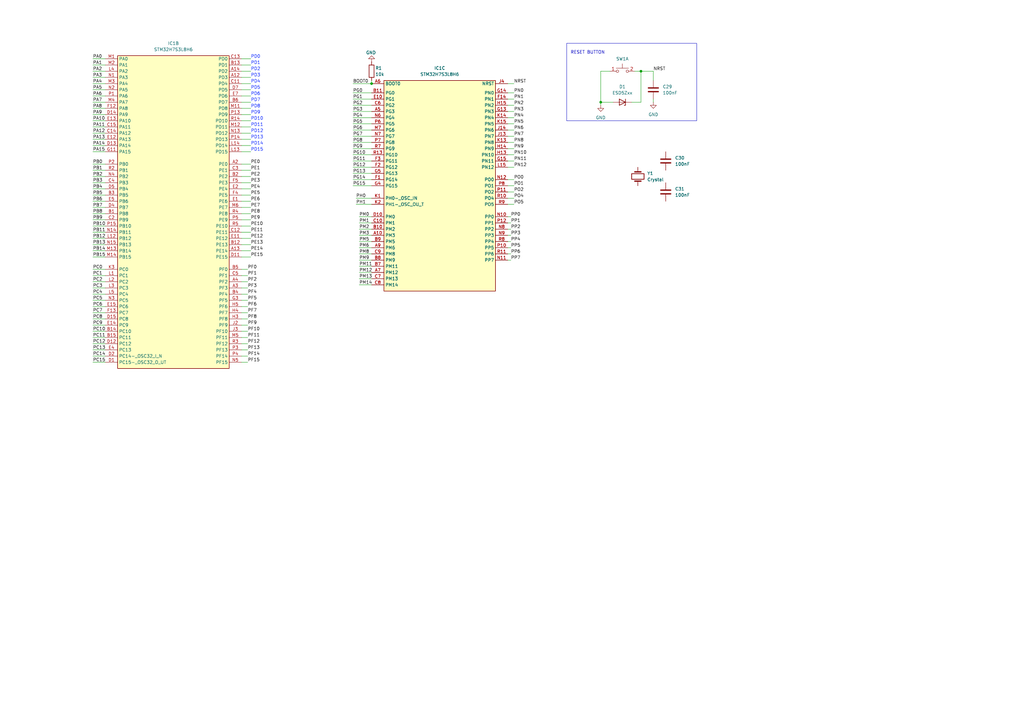
<source format=kicad_sch>
(kicad_sch (version 20231120) (generator "eeschema") (generator_version "8.0")
  (paper "A3")
  (lib_symbols
    (symbol "Device:C" (pin_numbers hide) (pin_names (offset 0.254))
      (property "Reference" "C" (at 0.635 2.54 0))
      (property "Value" "C" (at 0.635 -2.54 0))
      (symbol "C_1_1"
        (pin passive line (at 0 3.81 270) (length 2.794) (name "~") (number "1"))
        (pin passive line (at 0 -3.81 90) (length 2.794) (name "~") (number "2"))
      )
    )
    (symbol "Device:Crystal" (pin_numbers hide) (pin_names (offset 1.016) hide)
      (property "Reference" "Y" (at 0 3.81 0))
      (property "Value" "Crystal" (at 0 -3.81 0))
      (symbol "Crystal_1_1"
        (pin passive line (at -3.81 0 0) (length 1.27) (name "1") (number "1"))
        (pin passive line (at 3.81 0 180) (length 1.27) (name "2") (number "2"))
      )
    )
    (symbol "Device:R" (pin_numbers hide) (pin_names (offset 0))
      (property "Reference" "R" (at 2.032 0 90))
      (property "Value" "R" (at 0 0 90))
      (symbol "R_1_1"
        (pin passive line (at 0 3.81 270) (length 1.27) (name "~") (number "1"))
        (pin passive line (at 0 -3.81 90) (length 1.27) (name "~") (number "2"))
      )
    )
    (symbol "Diode:ESD5Zxx" (pin_numbers hide) (pin_names hide)
      (property "Reference" "D" (at 0 2.54 0))
      (property "Value" "ESD5Zxx" (at 0 -2.54 0))
      (symbol "ESD5Zxx_1_1"
        (pin passive line (at -3.81 0 0) (length 2.54) (name "K") (number "1"))
        (pin passive line (at 3.81 0 180) (length 2.54) (name "A") (number "2"))
      )
    )
    (symbol "MCUdivisions:STM32H7S3L8H6"
      (property "Reference" "IC" (at 17.272 7.874 0))
      (property "Value" "STM32H7S3L8H6" (at 17.272 5.334 0))
      (symbol "STM32H7S3L8H6_1_1"
        (pin passive line (at 0 0 0) (length 5.08) (name "VSS_1") (number "A1"))
        (pin passive line (at 0 -5.08 0) (length 5.08) (name "VSS_3") (number "A11"))
        (pin passive line (at 0 -7.62 0) (length 5.08) (name "VSS_4") (number "A15"))
        (pin passive line (at 0 -2.54 0) (length 5.08) (name "VSS_2") (number "A8"))
        (pin passive line (at 0 -90.17 0) (length 5.08) (name "VBAT") (number "C1"))
        (pin passive line (at 0 -10.16 0) (length 5.08) (name "VSS_5") (number "D3"))
        (pin passive line (at 0 -12.7 0) (length 5.08) (name "VSS_6") (number "D6"))
        (pin passive line (at 0 -92.71 0) (length 5.08) (name "DVDD") (number "D8"))
        (pin passive line (at 0 -97.79 0) (length 5.08) (name "VDD50US_B") (number "D9"))
        (pin passive line (at 0 -15.24 0) (length 5.08) (name "VSS_7") (number "E3"))
        (pin passive line (at 55.88 -88.9 180) (length 5.08) (name "VCAP4") (number "E6"))
        (pin passive line (at 0 -100.33 0) (length 5.08) (name "VSSUSB") (number "E8"))
        (pin passive line (at 0 -17.78 0) (length 5.08) (name "VSS_8") (number "E9"))
        (pin passive line (at 55.88 -48.26 180) (length 5.08) (name "VDD_3") (number "F10"))
        (pin passive line (at 55.88 -86.36 180) (length 5.08) (name "VCAP3") (number "F11"))
        (pin passive line (at 0 -22.86 0) (length 5.08) (name "VSS_10") (number "F15"))
        (pin passive line (at 0 -20.32 0) (length 5.08) (name "VSS_9") (number "F6"))
        (pin passive line (at 55.88 -43.18 180) (length 5.08) (name "VDD_1") (number "F7"))
        (pin passive line (at 0 -102.87 0) (length 5.08) (name "VDD33US_B") (number "F8"))
        (pin passive line (at 55.88 -45.72 180) (length 5.08) (name "VDD_2") (number "F9"))
        (pin passive line (at 55.88 -69.85 180) (length 5.08) (name "VLXSMPS") (number "G1"))
        (pin passive line (at 0 -27.94 0) (length 5.08) (name "VSS_12") (number "G10"))
        (pin passive line (at 0 -30.48 0) (length 5.08) (name "VSS_13") (number "G12"))
        (pin passive line (at 55.88 -72.39 180) (length 5.08) (name "VFBSMP_S") (number "G2"))
        (pin passive line (at 55.88 -50.8 180) (length 5.08) (name "VDD_4") (number "G6"))
        (pin passive line (at 55.88 -25.4 180) (length 5.08) (name "VDDLDO_1") (number "G7"))
        (pin passive line (at 0 -25.4 0) (length 5.08) (name "VSS_11") (number "G8"))
        (pin passive line (at 55.88 -27.94 180) (length 5.08) (name "VDDLDO_2") (number "G9"))
        (pin passive line (at 55.88 -74.93 180) (length 5.08) (name "VDDSMP_S") (number "H1"))
        (pin passive line (at 55.88 -55.88 180) (length 5.08) (name "VDD_6") (number "H10"))
        (pin passive line (at 0 -40.64 0) (length 5.08) (name "VSS_17") (number "H11"))
        (pin passive line (at 55.88 -15.24 180) (length 5.08) (name "VDDXSPI_2_1") (number "H12"))
        (pin passive line (at 55.88 -77.47 180) (length 5.08) (name "VSSSMP_S") (number "H2"))
        (pin passive line (at 55.88 -53.34 180) (length 5.08) (name "VDD_5") (number "H6"))
        (pin passive line (at 0 -33.02 0) (length 5.08) (name "VSS_14") (number "H7"))
        (pin passive line (at 0 -35.56 0) (length 5.08) (name "VSS_15") (number "H8"))
        (pin passive line (at 0 -38.1 0) (length 5.08) (name "VSS_16") (number "H9"))
        (pin passive line (at 0 -43.18 0) (length 5.08) (name "VSS_18") (number "J1"))
        (pin passive line (at 0 -48.26 0) (length 5.08) (name "VSS_20") (number "J10"))
        (pin passive line (at 55.88 -17.78 180) (length 5.08) (name "VDDXSPI_2_2") (number "J11"))
        (pin passive line (at 0 -50.8 0) (length 5.08) (name "VSS_21") (number "J12"))
        (pin passive line (at 0 -53.34 0) (length 5.08) (name "VSS_22") (number "J15"))
        (pin passive line (at 55.88 0 180) (length 5.08) (name "VSSA") (number "J5"))
        (pin passive line (at 55.88 -2.54 180) (length 5.08) (name "VDDA") (number "J6"))
        (pin passive line (at 55.88 -30.48 180) (length 5.08) (name "VDDLDO_3") (number "J7"))
        (pin passive line (at 0 -45.72 0) (length 5.08) (name "VSS_19") (number "J8"))
        (pin passive line (at 55.88 -33.02 180) (length 5.08) (name "VDDLDO_4") (number "J9"))
        (pin passive line (at 55.88 -63.5 180) (length 5.08) (name "VDD_9") (number "K10"))
        (pin passive line (at 55.88 -83.82 180) (length 5.08) (name "VCAP2") (number "K11"))
        (pin passive line (at 55.88 -20.32 180) (length 5.08) (name "VDDXSPI_2_3") (number "K12"))
        (pin passive line (at 55.88 -36.83 180) (length 5.08) (name "VREFM") (number "K4"))
        (pin passive line (at 55.88 -39.37 180) (length 5.08) (name "VREFP") (number "K5"))
        (pin passive line (at 55.88 -58.42 180) (length 5.08) (name "VDD_7") (number "K6"))
        (pin passive line (at 0 -55.88 0) (length 5.08) (name "VSS_23") (number "K7"))
        (pin passive line (at 55.88 -60.96 180) (length 5.08) (name "VDD_8") (number "K8"))
        (pin passive line (at 0 -58.42 0) (length 5.08) (name "VSS_24") (number "K9"))
        (pin passive line (at 55.88 -10.16 180) (length 5.08) (name "VDDXSPI_1_2") (number "L10"))
        (pin passive line (at 0 -63.5 0) (length 5.08) (name "VSS_26") (number "L11"))
        (pin passive line (at 0 -60.96 0) (length 5.08) (name "VSS_25") (number "L6"))
        (pin passive line (at 55.88 -81.28 180) (length 5.08) (name "VCAP1") (number "L7"))
        (pin passive line (at 55.88 -7.62 180) (length 5.08) (name "VDDXSPI_1_1") (number "L8"))
        (pin passive line (at 55.88 -66.04 180) (length 5.08) (name "VDD_10") (number "L9"))
        (pin passive line (at 55.88 -12.7 180) (length 5.08) (name "VDDXSPI_1_3") (number "M10"))
        (pin passive line (at 0 -71.12 0) (length 5.08) (name "VSS_29") (number "M15"))
        (pin passive line (at 0 -66.04 0) (length 5.08) (name "VSS_27") (number "M8"))
        (pin passive line (at 0 -68.58 0) (length 5.08) (name "VSS_28") (number "M9"))
        (pin passive line (at 0 -73.66 0) (length 5.08) (name "VSS_30") (number "P9"))
        (pin passive line (at 0 -76.2 0) (length 5.08) (name "VSS_31") (number "R1"))
        (pin passive line (at 0 -81.28 0) (length 5.08) (name "VSS_33") (number "R12"))
        (pin passive line (at 0 -83.82 0) (length 5.08) (name "VSS_34") (number "R15"))
        (pin passive line (at 0 -78.74 0) (length 5.08) (name "VSS_32") (number "R6"))
      )
      (symbol "STM32H7S3L8H6_2_1"
        (pin passive line (at 55.88 106.68 180) (length 5.08) (name "PD3") (number "A12"))
        (pin passive line (at 55.88 35.56 180) (length 5.08) (name "PE14") (number "A13"))
        (pin passive line (at 55.88 109.22 180) (length 5.08) (name "PD2") (number "A14"))
        (pin passive line (at 55.88 71.12 180) (length 5.08) (name "PE0") (number "A2"))
        (pin passive line (at 55.88 20.32 180) (length 5.08) (name "PF3") (number "A3"))
        (pin passive line (at 55.88 22.86 180) (length 5.08) (name "PF2") (number "A4"))
        (pin passive line (at 0 50.8 0) (length 5.08) (name "PB8") (number "B1"))
        (pin passive line (at 55.88 38.1 180) (length 5.08) (name "PE13") (number "B12"))
        (pin passive line (at 55.88 111.76 180) (length 5.08) (name "PD1") (number "B13"))
        (pin passive line (at 0 2.54 0) (length 5.08) (name "PC10") (number "B14"))
        (pin passive line (at 0 0 0) (length 5.08) (name "PC11") (number "B15"))
        (pin passive line (at 55.88 66.04 180) (length 5.08) (name "PE2") (number "B2"))
        (pin passive line (at 0 58.42 0) (length 5.08) (name "PB5") (number "B3"))
        (pin passive line (at 55.88 17.78 180) (length 5.08) (name "PF4") (number "B4"))
        (pin passive line (at 55.88 27.94 180) (length 5.08) (name "PF0") (number "B5"))
        (pin passive line (at 55.88 96.52 180) (length 5.08) (name "PD7") (number "B6"))
        (pin passive line (at 55.88 104.14 180) (length 5.08) (name "PD4") (number "C11"))
        (pin passive line (at 55.88 43.18 180) (length 5.08) (name "PE11") (number "C12"))
        (pin passive line (at 55.88 114.3 180) (length 5.08) (name "PD0") (number "C13"))
        (pin passive line (at 0 83.82 0) (length 5.08) (name "PA12") (number "C14"))
        (pin passive line (at 0 86.36 0) (length 5.08) (name "PA11") (number "C15"))
        (pin passive line (at 0 48.26 0) (length 5.08) (name "PB9") (number "C2"))
        (pin passive line (at 55.88 68.58 180) (length 5.08) (name "PE1") (number "C3"))
        (pin passive line (at 0 63.5 0) (length 5.08) (name "PB3") (number "C4"))
        (pin passive line (at 55.88 25.4 180) (length 5.08) (name "PF1") (number "C5"))
        (pin passive line (at 0 -10.16 0) (length 5.08) (name "PC15-_OSC32_O_UT") (number "D1"))
        (pin passive line (at 55.88 33.02 180) (length 5.08) (name "PE15") (number "D11"))
        (pin passive line (at 0 -2.54 0) (length 5.08) (name "PC12") (number "D12"))
        (pin passive line (at 0 78.74 0) (length 5.08) (name "PA14") (number "D13"))
        (pin passive line (at 0 91.44 0) (length 5.08) (name "PA9") (number "D14"))
        (pin passive line (at 0 7.62 0) (length 5.08) (name "PC8") (number "D15"))
        (pin passive line (at 0 -7.62 0) (length 5.08) (name "PC14-_OSC32_I_N") (number "D2"))
        (pin passive line (at 0 53.34 0) (length 5.08) (name "PB7") (number "D4"))
        (pin passive line (at 0 60.96 0) (length 5.08) (name "PB4") (number "D5"))
        (pin passive line (at 55.88 101.6 180) (length 5.08) (name "PD5") (number "D7"))
        (pin passive line (at 55.88 55.88 180) (length 5.08) (name "PE6") (number "E1"))
        (pin passive line (at 55.88 40.64 180) (length 5.08) (name "PE12") (number "E11"))
        (pin passive line (at 0 81.28 0) (length 5.08) (name "PA13") (number "E12"))
        (pin passive line (at 0 88.9 0) (length 5.08) (name "PA10") (number "E13"))
        (pin passive line (at 0 5.08 0) (length 5.08) (name "PC9") (number "E14"))
        (pin passive line (at 0 12.7 0) (length 5.08) (name "PC6") (number "E15"))
        (pin passive line (at 55.88 60.96 180) (length 5.08) (name "PE4") (number "E2"))
        (pin passive line (at 0 -5.08 0) (length 5.08) (name "PC13") (number "E4"))
        (pin passive line (at 0 55.88 0) (length 5.08) (name "PB6") (number "E5"))
        (pin passive line (at 55.88 99.06 180) (length 5.08) (name "PD6") (number "E7"))
        (pin passive line (at 0 93.98 0) (length 5.08) (name "PA8") (number "F12"))
        (pin passive line (at 0 10.16 0) (length 5.08) (name "PC7") (number "F13"))
        (pin passive line (at 55.88 58.42 180) (length 5.08) (name "PE5") (number "F4"))
        (pin passive line (at 55.88 63.5 180) (length 5.08) (name "PE3") (number "F5"))
        (pin passive line (at 0 76.2 0) (length 5.08) (name "PA15") (number "G11"))
        (pin passive line (at 55.88 15.24 180) (length 5.08) (name "PF5") (number "G3"))
        (pin passive line (at 55.88 7.62 180) (length 5.08) (name "PF8") (number "H3"))
        (pin passive line (at 55.88 10.16 180) (length 5.08) (name "PF7") (number "H4"))
        (pin passive line (at 55.88 12.7 180) (length 5.08) (name "PF6") (number "H5"))
        (pin passive line (at 55.88 5.08 180) (length 5.08) (name "PF9") (number "J2"))
        (pin passive line (at 57.15 2.54 180) (length 5.08) (name "PF10") (number "J3"))
        (pin passive line (at 0 27.94 0) (length 5.08) (name "PC0") (number "K3"))
        (pin passive line (at 0 25.4 0) (length 5.08) (name "PC1") (number "L1"))
        (pin passive line (at 0 40.64 0) (length 5.08) (name "PB12") (number "L12"))
        (pin passive line (at 55.88 76.2 180) (length 5.08) (name "PD15") (number "L13"))
        (pin passive line (at 55.88 78.74 180) (length 5.08) (name "PD14") (number "L14"))
        (pin passive line (at 0 22.86 0) (length 5.08) (name "PC2") (number "L2"))
        (pin passive line (at 0 20.32 0) (length 5.08) (name "PC3") (number "L3"))
        (pin passive line (at 0 109.22 0) (length 5.08) (name "PA2") (number "L4"))
        (pin passive line (at 0 17.78 0) (length 5.08) (name "PC4") (number "L5"))
        (pin passive line (at 0 114.3 0) (length 5.08) (name "PA0") (number "M1"))
        (pin passive line (at 55.88 93.98 180) (length 5.08) (name "PD8") (number "M11"))
        (pin passive line (at 55.88 86.36 180) (length 5.08) (name "PD11") (number "M12"))
        (pin passive line (at 0 35.56 0) (length 5.08) (name "PB14") (number "M13"))
        (pin passive line (at 0 33.02 0) (length 5.08) (name "PB15") (number "M14"))
        (pin passive line (at 0 111.76 0) (length 5.08) (name "PA1") (number "M2"))
        (pin passive line (at 0 104.14 0) (length 5.08) (name "PA4") (number "M3"))
        (pin passive line (at 0 96.52 0) (length 5.08) (name "PA7") (number "M4"))
        (pin passive line (at 57.15 0 180) (length 5.08) (name "PF11") (number "M5"))
        (pin passive line (at 55.88 53.34 180) (length 5.08) (name "PE7") (number "M6"))
        (pin passive line (at 0 106.68 0) (length 5.08) (name "PA3") (number "N1"))
        (pin passive line (at 55.88 83.82 180) (length 5.08) (name "PD12") (number "N13"))
        (pin passive line (at 0 43.18 0) (length 5.08) (name "PB11") (number "N14"))
        (pin passive line (at 0 38.1 0) (length 5.08) (name "PB13") (number "N15"))
        (pin passive line (at 0 101.6 0) (length 5.08) (name "PA5") (number "N2"))
        (pin passive line (at 0 15.24 0) (length 5.08) (name "PC5") (number "N3"))
        (pin passive line (at 0 66.04 0) (length 5.08) (name "PB2") (number "N4"))
        (pin passive line (at 57.15 -10.16 180) (length 5.08) (name "PF15") (number "N5"))
        (pin passive line (at 0 99.06 0) (length 5.08) (name "PA6") (number "P1"))
        (pin passive line (at 55.88 91.44 180) (length 5.08) (name "PD9") (number "P13"))
        (pin passive line (at 55.88 81.28 180) (length 5.08) (name "PD13") (number "P14"))
        (pin passive line (at 0 45.72 0) (length 5.08) (name "PB10") (number "P15"))
        (pin passive line (at 0 71.12 0) (length 5.08) (name "PB0") (number "P2"))
        (pin passive line (at 57.15 -5.08 180) (length 5.08) (name "PF13") (number "P3"))
        (pin passive line (at 57.15 -7.62 180) (length 5.08) (name "PF14") (number "P4"))
        (pin passive line (at 55.88 48.26 180) (length 5.08) (name "PE9") (number "P5"))
        (pin passive line (at 55.88 88.9 180) (length 5.08) (name "PD10") (number "R14"))
        (pin passive line (at 0 68.58 0) (length 5.08) (name "PB1") (number "R2"))
        (pin passive line (at 57.15 -2.54 180) (length 5.08) (name "PF12") (number "R3"))
        (pin passive line (at 55.88 50.8 180) (length 5.08) (name "PE8") (number "R4"))
        (pin passive line (at 55.88 45.72 180) (length 5.08) (name "PE10") (number "R5"))
      )
      (symbol "STM32H7S3L8H6_3_1"
        (pin passive line (at 0 -60.96 0) (length 5.08) (name "PM3") (number "A10"))
        (pin passive line (at 0 -10.16 0) (length 5.08) (name "PG3") (number "A5"))
        (pin passive line (at 0 1.27 0) (length 5.08) (name "BOOT0") (number "A6"))
        (pin passive line (at 0 -76.2 0) (length 5.08) (name "PM12") (number "A7"))
        (pin passive line (at 0 -66.04 0) (length 5.08) (name "PM6") (number "A9"))
        (pin passive line (at 0 -58.42 0) (length 5.08) (name "PM2") (number "B10"))
        (pin passive line (at 0 -2.54 0) (length 5.08) (name "PG0") (number "B11"))
        (pin passive line (at 0 -73.66 0) (length 5.08) (name "PM11") (number "B7"))
        (pin passive line (at 0 -71.12 0) (length 5.08) (name "PM9") (number "B8"))
        (pin passive line (at 0 -63.5 0) (length 5.08) (name "PM5") (number "B9"))
        (pin passive line (at 0 -55.88 0) (length 5.08) (name "PM1") (number "C10"))
        (pin passive line (at 0 -7.62 0) (length 5.08) (name "PG2") (number "C6"))
        (pin passive line (at 0 -78.74 0) (length 5.08) (name "PM13") (number "C7"))
        (pin passive line (at 0 -81.28 0) (length 5.08) (name "PM14") (number "C8"))
        (pin passive line (at 0 -68.58 0) (length 5.08) (name "PM8") (number "C9"))
        (pin passive line (at 0 -53.34 0) (length 5.08) (name "PM0") (number "D10"))
        (pin passive line (at 0 -5.08 0) (length 5.08) (name "PG1") (number "E10"))
        (pin passive line (at 0 -38.1 0) (length 5.08) (name "PG14") (number "F1"))
        (pin passive line (at 55.88 -5.08 180) (length 5.08) (name "PN1") (number "F14"))
        (pin passive line (at 0 -33.02 0) (length 5.08) (name "PG12") (number "F2"))
        (pin passive line (at 0 -30.48 0) (length 5.08) (name "PG11") (number "F3"))
        (pin passive line (at 55.88 -10.16 180) (length 5.08) (name "PN3") (number "G13"))
        (pin passive line (at 55.88 -2.54 180) (length 5.08) (name "PN0") (number "G14"))
        (pin passive line (at 55.88 -30.48 180) (length 5.08) (name "PN11") (number "G15"))
        (pin passive line (at 0 -40.64 0) (length 5.08) (name "PG15") (number "G4"))
        (pin passive line (at 0 -35.56 0) (length 5.08) (name "PG13") (number "G5"))
        (pin passive line (at 55.88 -27.94 180) (length 5.08) (name "PN10") (number "H13"))
        (pin passive line (at 55.88 -25.4 180) (length 5.08) (name "PN9") (number "H14"))
        (pin passive line (at 55.88 -7.62 180) (length 5.08) (name "PN2") (number "H15"))
        (pin passive line (at 55.88 -20.32 180) (length 5.08) (name "PN7") (number "J13"))
        (pin passive line (at 55.88 -17.78 180) (length 5.08) (name "PN6") (number "J14"))
        (pin passive line (at 55.88 1.27 180) (length 5.08) (name "NRST") (number "J4"))
        (pin passive line (at 0 -45.72 0) (length 5.08) (name "PH0-_OSC_IN") (number "K1"))
        (pin passive line (at 55.88 -22.86 180) (length 5.08) (name "PN8") (number "K13"))
        (pin passive line (at 55.88 -12.7 180) (length 5.08) (name "PN4") (number "K14"))
        (pin passive line (at 55.88 -15.24 180) (length 5.08) (name "PN5") (number "K15"))
        (pin passive line (at 0 -48.26 0) (length 5.08) (name "PH1-_OSC_OU_T") (number "K2"))
        (pin passive line (at 55.88 -33.02 180) (length 5.08) (name "PN12") (number "L15"))
        (pin passive line (at 0 -17.78 0) (length 5.08) (name "PG6") (number "M7"))
        (pin passive line (at 55.88 -53.34 180) (length 5.08) (name "PP0") (number "N10"))
        (pin passive line (at 55.88 -71.12 180) (length 5.08) (name "PP7") (number "N11"))
        (pin passive line (at 55.88 -38.1 180) (length 5.08) (name "PO0") (number "N12"))
        (pin passive line (at 0 -12.7 0) (length 5.08) (name "PG4") (number "N6"))
        (pin passive line (at 0 -20.32 0) (length 5.08) (name "PG7") (number "N7"))
        (pin passive line (at 55.88 -58.42 180) (length 5.08) (name "PP2") (number "N8"))
        (pin passive line (at 55.88 -60.96 180) (length 5.08) (name "PP3") (number "N9"))
        (pin passive line (at 55.88 -66.04 180) (length 5.08) (name "PP5") (number "P10"))
        (pin passive line (at 55.88 -43.18 180) (length 5.08) (name "PO2") (number "P11"))
        (pin passive line (at 55.88 -55.88 180) (length 5.08) (name "PP1") (number "P12"))
        (pin passive line (at 0 -15.24 0) (length 5.08) (name "PG5") (number "P6"))
        (pin passive line (at 0 -22.86 0) (length 5.08) (name "PG8") (number "P7"))
        (pin passive line (at 55.88 -40.64 180) (length 5.08) (name "PO1") (number "P8"))
        (pin passive line (at 55.88 -45.72 180) (length 5.08) (name "PO4") (number "R10"))
        (pin passive line (at 55.88 -68.58 180) (length 5.08) (name "PP6") (number "R11"))
        (pin passive line (at 0 -27.94 0) (length 5.08) (name "PG10") (number "R13"))
        (pin passive line (at 0 -25.4 0) (length 5.08) (name "PG9") (number "R7"))
        (pin passive line (at 55.88 -63.5 180) (length 5.08) (name "PP4") (number "R8"))
        (pin passive line (at 55.88 -48.26 180) (length 5.08) (name "PO5") (number "R9"))
      )
    )
    (symbol "STM32H7S3L8H6_1"
      (property "Reference" "IC" (at 17.272 7.874 0))
      (property "Value" "STM32H7S3L8H6" (at 17.272 5.334 0))
      (symbol "STM32H7S3L8H6_1_1_1"
        (pin passive line (at 0 0 0) (length 5.08) (name "VSS_1") (number "A1"))
        (pin passive line (at 0 -5.08 0) (length 5.08) (name "VSS_3") (number "A11"))
        (pin passive line (at 0 -7.62 0) (length 5.08) (name "VSS_4") (number "A15"))
        (pin passive line (at 0 -2.54 0) (length 5.08) (name "VSS_2") (number "A8"))
        (pin passive line (at 0 -90.17 0) (length 5.08) (name "VBAT") (number "C1"))
        (pin passive line (at 0 -10.16 0) (length 5.08) (name "VSS_5") (number "D3"))
        (pin passive line (at 0 -12.7 0) (length 5.08) (name "VSS_6") (number "D6"))
        (pin passive line (at 0 -92.71 0) (length 5.08) (name "DVDD") (number "D8"))
        (pin passive line (at 0 -97.79 0) (length 5.08) (name "VDD50US_B") (number "D9"))
        (pin passive line (at 0 -15.24 0) (length 5.08) (name "VSS_7") (number "E3"))
        (pin passive line (at 55.88 -88.9 180) (length 5.08) (name "VCAP4") (number "E6"))
        (pin passive line (at 0 -100.33 0) (length 5.08) (name "VSSUSB") (number "E8"))
        (pin passive line (at 0 -17.78 0) (length 5.08) (name "VSS_8") (number "E9"))
        (pin passive line (at 55.88 -48.26 180) (length 5.08) (name "VDD_3") (number "F10"))
        (pin passive line (at 55.88 -86.36 180) (length 5.08) (name "VCAP3") (number "F11"))
        (pin passive line (at 0 -22.86 0) (length 5.08) (name "VSS_10") (number "F15"))
        (pin passive line (at 0 -20.32 0) (length 5.08) (name "VSS_9") (number "F6"))
        (pin passive line (at 55.88 -43.18 180) (length 5.08) (name "VDD_1") (number "F7"))
        (pin passive line (at 0 -102.87 0) (length 5.08) (name "VDD33US_B") (number "F8"))
        (pin passive line (at 55.88 -45.72 180) (length 5.08) (name "VDD_2") (number "F9"))
        (pin passive line (at 55.88 -69.85 180) (length 5.08) (name "VLXSMPS") (number "G1"))
        (pin passive line (at 0 -27.94 0) (length 5.08) (name "VSS_12") (number "G10"))
        (pin passive line (at 0 -30.48 0) (length 5.08) (name "VSS_13") (number "G12"))
        (pin passive line (at 55.88 -72.39 180) (length 5.08) (name "VFBSMP_S") (number "G2"))
        (pin passive line (at 55.88 -50.8 180) (length 5.08) (name "VDD_4") (number "G6"))
        (pin passive line (at 55.88 -25.4 180) (length 5.08) (name "VDDLDO_1") (number "G7"))
        (pin passive line (at 0 -25.4 0) (length 5.08) (name "VSS_11") (number "G8"))
        (pin passive line (at 55.88 -27.94 180) (length 5.08) (name "VDDLDO_2") (number "G9"))
        (pin passive line (at 55.88 -74.93 180) (length 5.08) (name "VDDSMP_S") (number "H1"))
        (pin passive line (at 55.88 -55.88 180) (length 5.08) (name "VDD_6") (number "H10"))
        (pin passive line (at 0 -40.64 0) (length 5.08) (name "VSS_17") (number "H11"))
        (pin passive line (at 55.88 -15.24 180) (length 5.08) (name "VDDXSPI_2_1") (number "H12"))
        (pin passive line (at 55.88 -77.47 180) (length 5.08) (name "VSSSMP_S") (number "H2"))
        (pin passive line (at 55.88 -53.34 180) (length 5.08) (name "VDD_5") (number "H6"))
        (pin passive line (at 0 -33.02 0) (length 5.08) (name "VSS_14") (number "H7"))
        (pin passive line (at 0 -35.56 0) (length 5.08) (name "VSS_15") (number "H8"))
        (pin passive line (at 0 -38.1 0) (length 5.08) (name "VSS_16") (number "H9"))
        (pin passive line (at 0 -43.18 0) (length 5.08) (name "VSS_18") (number "J1"))
        (pin passive line (at 0 -48.26 0) (length 5.08) (name "VSS_20") (number "J10"))
        (pin passive line (at 55.88 -17.78 180) (length 5.08) (name "VDDXSPI_2_2") (number "J11"))
        (pin passive line (at 0 -50.8 0) (length 5.08) (name "VSS_21") (number "J12"))
        (pin passive line (at 0 -53.34 0) (length 5.08) (name "VSS_22") (number "J15"))
        (pin passive line (at 55.88 0 180) (length 5.08) (name "VSSA") (number "J5"))
        (pin passive line (at 55.88 -2.54 180) (length 5.08) (name "VDDA") (number "J6"))
        (pin passive line (at 55.88 -30.48 180) (length 5.08) (name "VDDLDO_3") (number "J7"))
        (pin passive line (at 0 -45.72 0) (length 5.08) (name "VSS_19") (number "J8"))
        (pin passive line (at 55.88 -33.02 180) (length 5.08) (name "VDDLDO_4") (number "J9"))
        (pin passive line (at 55.88 -63.5 180) (length 5.08) (name "VDD_9") (number "K10"))
        (pin passive line (at 55.88 -83.82 180) (length 5.08) (name "VCAP2") (number "K11"))
        (pin passive line (at 55.88 -20.32 180) (length 5.08) (name "VDDXSPI_2_3") (number "K12"))
        (pin passive line (at 55.88 -36.83 180) (length 5.08) (name "VREFM") (number "K4"))
        (pin passive line (at 55.88 -39.37 180) (length 5.08) (name "VREFP") (number "K5"))
        (pin passive line (at 55.88 -58.42 180) (length 5.08) (name "VDD_7") (number "K6"))
        (pin passive line (at 0 -55.88 0) (length 5.08) (name "VSS_23") (number "K7"))
        (pin passive line (at 55.88 -60.96 180) (length 5.08) (name "VDD_8") (number "K8"))
        (pin passive line (at 0 -58.42 0) (length 5.08) (name "VSS_24") (number "K9"))
        (pin passive line (at 55.88 -10.16 180) (length 5.08) (name "VDDXSPI_1_2") (number "L10"))
        (pin passive line (at 0 -63.5 0) (length 5.08) (name "VSS_26") (number "L11"))
        (pin passive line (at 0 -60.96 0) (length 5.08) (name "VSS_25") (number "L6"))
        (pin passive line (at 55.88 -81.28 180) (length 5.08) (name "VCAP1") (number "L7"))
        (pin passive line (at 55.88 -7.62 180) (length 5.08) (name "VDDXSPI_1_1") (number "L8"))
        (pin passive line (at 55.88 -66.04 180) (length 5.08) (name "VDD_10") (number "L9"))
        (pin passive line (at 55.88 -12.7 180) (length 5.08) (name "VDDXSPI_1_3") (number "M10"))
        (pin passive line (at 0 -71.12 0) (length 5.08) (name "VSS_29") (number "M15"))
        (pin passive line (at 0 -66.04 0) (length 5.08) (name "VSS_27") (number "M8"))
        (pin passive line (at 0 -68.58 0) (length 5.08) (name "VSS_28") (number "M9"))
        (pin passive line (at 0 -73.66 0) (length 5.08) (name "VSS_30") (number "P9"))
        (pin passive line (at 0 -76.2 0) (length 5.08) (name "VSS_31") (number "R1"))
        (pin passive line (at 0 -81.28 0) (length 5.08) (name "VSS_33") (number "R12"))
        (pin passive line (at 0 -83.82 0) (length 5.08) (name "VSS_34") (number "R15"))
        (pin passive line (at 0 -78.74 0) (length 5.08) (name "VSS_32") (number "R6"))
      )
      (symbol "STM32H7S3L8H6_1_2_1"
        (pin passive line (at 55.88 106.68 180) (length 5.08) (name "PD3") (number "A12"))
        (pin passive line (at 55.88 35.56 180) (length 5.08) (name "PE14") (number "A13"))
        (pin passive line (at 55.88 109.22 180) (length 5.08) (name "PD2") (number "A14"))
        (pin passive line (at 55.88 71.12 180) (length 5.08) (name "PE0") (number "A2"))
        (pin passive line (at 55.88 20.32 180) (length 5.08) (name "PF3") (number "A3"))
        (pin passive line (at 55.88 22.86 180) (length 5.08) (name "PF2") (number "A4"))
        (pin passive line (at 0 50.8 0) (length 5.08) (name "PB8") (number "B1"))
        (pin passive line (at 55.88 38.1 180) (length 5.08) (name "PE13") (number "B12"))
        (pin passive line (at 55.88 111.76 180) (length 5.08) (name "PD1") (number "B13"))
        (pin passive line (at 0 2.54 0) (length 5.08) (name "PC10") (number "B14"))
        (pin passive line (at 0 0 0) (length 5.08) (name "PC11") (number "B15"))
        (pin passive line (at 55.88 66.04 180) (length 5.08) (name "PE2") (number "B2"))
        (pin passive line (at 0 58.42 0) (length 5.08) (name "PB5") (number "B3"))
        (pin passive line (at 55.88 17.78 180) (length 5.08) (name "PF4") (number "B4"))
        (pin passive line (at 55.88 27.94 180) (length 5.08) (name "PF0") (number "B5"))
        (pin passive line (at 55.88 96.52 180) (length 5.08) (name "PD7") (number "B6"))
        (pin passive line (at 55.88 104.14 180) (length 5.08) (name "PD4") (number "C11"))
        (pin passive line (at 55.88 43.18 180) (length 5.08) (name "PE11") (number "C12"))
        (pin passive line (at 55.88 114.3 180) (length 5.08) (name "PD0") (number "C13"))
        (pin passive line (at 0 83.82 0) (length 5.08) (name "PA12") (number "C14"))
        (pin passive line (at 0 86.36 0) (length 5.08) (name "PA11") (number "C15"))
        (pin passive line (at 0 48.26 0) (length 5.08) (name "PB9") (number "C2"))
        (pin passive line (at 55.88 68.58 180) (length 5.08) (name "PE1") (number "C3"))
        (pin passive line (at 0 63.5 0) (length 5.08) (name "PB3") (number "C4"))
        (pin passive line (at 55.88 25.4 180) (length 5.08) (name "PF1") (number "C5"))
        (pin passive line (at 0 -10.16 0) (length 5.08) (name "PC15-_OSC32_O_UT") (number "D1"))
        (pin passive line (at 55.88 33.02 180) (length 5.08) (name "PE15") (number "D11"))
        (pin passive line (at 0 -2.54 0) (length 5.08) (name "PC12") (number "D12"))
        (pin passive line (at 0 78.74 0) (length 5.08) (name "PA14") (number "D13"))
        (pin passive line (at 0 91.44 0) (length 5.08) (name "PA9") (number "D14"))
        (pin passive line (at 0 7.62 0) (length 5.08) (name "PC8") (number "D15"))
        (pin passive line (at 0 -7.62 0) (length 5.08) (name "PC14-_OSC32_I_N") (number "D2"))
        (pin passive line (at 0 53.34 0) (length 5.08) (name "PB7") (number "D4"))
        (pin passive line (at 0 60.96 0) (length 5.08) (name "PB4") (number "D5"))
        (pin passive line (at 55.88 101.6 180) (length 5.08) (name "PD5") (number "D7"))
        (pin passive line (at 55.88 55.88 180) (length 5.08) (name "PE6") (number "E1"))
        (pin passive line (at 55.88 40.64 180) (length 5.08) (name "PE12") (number "E11"))
        (pin passive line (at 0 81.28 0) (length 5.08) (name "PA13") (number "E12"))
        (pin passive line (at 0 88.9 0) (length 5.08) (name "PA10") (number "E13"))
        (pin passive line (at 0 5.08 0) (length 5.08) (name "PC9") (number "E14"))
        (pin passive line (at 0 12.7 0) (length 5.08) (name "PC6") (number "E15"))
        (pin passive line (at 55.88 60.96 180) (length 5.08) (name "PE4") (number "E2"))
        (pin passive line (at 0 -5.08 0) (length 5.08) (name "PC13") (number "E4"))
        (pin passive line (at 0 55.88 0) (length 5.08) (name "PB6") (number "E5"))
        (pin passive line (at 55.88 99.06 180) (length 5.08) (name "PD6") (number "E7"))
        (pin passive line (at 0 93.98 0) (length 5.08) (name "PA8") (number "F12"))
        (pin passive line (at 0 10.16 0) (length 5.08) (name "PC7") (number "F13"))
        (pin passive line (at 55.88 58.42 180) (length 5.08) (name "PE5") (number "F4"))
        (pin passive line (at 55.88 63.5 180) (length 5.08) (name "PE3") (number "F5"))
        (pin passive line (at 0 76.2 0) (length 5.08) (name "PA15") (number "G11"))
        (pin passive line (at 55.88 15.24 180) (length 5.08) (name "PF5") (number "G3"))
        (pin passive line (at 55.88 7.62 180) (length 5.08) (name "PF8") (number "H3"))
        (pin passive line (at 55.88 10.16 180) (length 5.08) (name "PF7") (number "H4"))
        (pin passive line (at 55.88 12.7 180) (length 5.08) (name "PF6") (number "H5"))
        (pin passive line (at 55.88 5.08 180) (length 5.08) (name "PF9") (number "J2"))
        (pin passive line (at 55.88 2.54 180) (length 5.08) (name "PF10") (number "J3"))
        (pin passive line (at 0 27.94 0) (length 5.08) (name "PC0") (number "K3"))
        (pin passive line (at 0 25.4 0) (length 5.08) (name "PC1") (number "L1"))
        (pin passive line (at 0 40.64 0) (length 5.08) (name "PB12") (number "L12"))
        (pin passive line (at 55.88 76.2 180) (length 5.08) (name "PD15") (number "L13"))
        (pin passive line (at 55.88 78.74 180) (length 5.08) (name "PD14") (number "L14"))
        (pin passive line (at 0 22.86 0) (length 5.08) (name "PC2") (number "L2"))
        (pin passive line (at 0 20.32 0) (length 5.08) (name "PC3") (number "L3"))
        (pin passive line (at 0 109.22 0) (length 5.08) (name "PA2") (number "L4"))
        (pin passive line (at 0 17.78 0) (length 5.08) (name "PC4") (number "L5"))
        (pin passive line (at 0 114.3 0) (length 5.08) (name "PA0") (number "M1"))
        (pin passive line (at 55.88 93.98 180) (length 5.08) (name "PD8") (number "M11"))
        (pin passive line (at 55.88 86.36 180) (length 5.08) (name "PD11") (number "M12"))
        (pin passive line (at 0 35.56 0) (length 5.08) (name "PB14") (number "M13"))
        (pin passive line (at 0 33.02 0) (length 5.08) (name "PB15") (number "M14"))
        (pin passive line (at 0 111.76 0) (length 5.08) (name "PA1") (number "M2"))
        (pin passive line (at 0 104.14 0) (length 5.08) (name "PA4") (number "M3"))
        (pin passive line (at 0 96.52 0) (length 5.08) (name "PA7") (number "M4"))
        (pin passive line (at 55.88 0 180) (length 5.08) (name "PF11") (number "M5"))
        (pin passive line (at 55.88 53.34 180) (length 5.08) (name "PE7") (number "M6"))
        (pin passive line (at 0 106.68 0) (length 5.08) (name "PA3") (number "N1"))
        (pin passive line (at 55.88 83.82 180) (length 5.08) (name "PD12") (number "N13"))
        (pin passive line (at 0 43.18 0) (length 5.08) (name "PB11") (number "N14"))
        (pin passive line (at 0 38.1 0) (length 5.08) (name "PB13") (number "N15"))
        (pin passive line (at 0 101.6 0) (length 5.08) (name "PA5") (number "N2"))
        (pin passive line (at 0 15.24 0) (length 5.08) (name "PC5") (number "N3"))
        (pin passive line (at 0 66.04 0) (length 5.08) (name "PB2") (number "N4"))
        (pin passive line (at 55.88 -10.16 180) (length 5.08) (name "PF15") (number "N5"))
        (pin passive line (at 0 99.06 0) (length 5.08) (name "PA6") (number "P1"))
        (pin passive line (at 55.88 91.44 180) (length 5.08) (name "PD9") (number "P13"))
        (pin passive line (at 55.88 81.28 180) (length 5.08) (name "PD13") (number "P14"))
        (pin passive line (at 0 45.72 0) (length 5.08) (name "PB10") (number "P15"))
        (pin passive line (at 0 71.12 0) (length 5.08) (name "PB0") (number "P2"))
        (pin passive line (at 55.88 -5.08 180) (length 5.08) (name "PF13") (number "P3"))
        (pin passive line (at 55.88 -7.62 180) (length 5.08) (name "PF14") (number "P4"))
        (pin passive line (at 55.88 48.26 180) (length 5.08) (name "PE9") (number "P5"))
        (pin passive line (at 55.88 88.9 180) (length 5.08) (name "PD10") (number "R14"))
        (pin passive line (at 0 68.58 0) (length 5.08) (name "PB1") (number "R2"))
        (pin passive line (at 55.88 -2.54 180) (length 5.08) (name "PF12") (number "R3"))
        (pin passive line (at 55.88 50.8 180) (length 5.08) (name "PE8") (number "R4"))
        (pin passive line (at 55.88 45.72 180) (length 5.08) (name "PE10") (number "R5"))
      )
      (symbol "STM32H7S3L8H6_1_3_1"
        (pin passive line (at 0 -60.96 0) (length 5.08) (name "PM3") (number "A10"))
        (pin passive line (at 0 -10.16 0) (length 5.08) (name "PG3") (number "A5"))
        (pin passive line (at 0 1.27 0) (length 5.08) (name "BOOT0") (number "A6"))
        (pin passive line (at 0 -76.2 0) (length 5.08) (name "PM12") (number "A7"))
        (pin passive line (at 0 -66.04 0) (length 5.08) (name "PM6") (number "A9"))
        (pin passive line (at 0 -58.42 0) (length 5.08) (name "PM2") (number "B10"))
        (pin passive line (at 0 -2.54 0) (length 5.08) (name "PG0") (number "B11"))
        (pin passive line (at 0 -73.66 0) (length 5.08) (name "PM11") (number "B7"))
        (pin passive line (at 0 -71.12 0) (length 5.08) (name "PM9") (number "B8"))
        (pin passive line (at 0 -63.5 0) (length 5.08) (name "PM5") (number "B9"))
        (pin passive line (at 0 -55.88 0) (length 5.08) (name "PM1") (number "C10"))
        (pin passive line (at 0 -7.62 0) (length 5.08) (name "PG2") (number "C6"))
        (pin passive line (at 0 -78.74 0) (length 5.08) (name "PM13") (number "C7"))
        (pin passive line (at 0 -81.28 0) (length 5.08) (name "PM14") (number "C8"))
        (pin passive line (at 0 -68.58 0) (length 5.08) (name "PM8") (number "C9"))
        (pin passive line (at 0 -53.34 0) (length 5.08) (name "PM0") (number "D10"))
        (pin passive line (at 0 -5.08 0) (length 5.08) (name "PG1") (number "E10"))
        (pin passive line (at 0 -38.1 0) (length 5.08) (name "PG14") (number "F1"))
        (pin passive line (at 55.88 -5.08 180) (length 5.08) (name "PN1") (number "F14"))
        (pin passive line (at 0 -33.02 0) (length 5.08) (name "PG12") (number "F2"))
        (pin passive line (at 0 -30.48 0) (length 5.08) (name "PG11") (number "F3"))
        (pin passive line (at 55.88 -10.16 180) (length 5.08) (name "PN3") (number "G13"))
        (pin passive line (at 55.88 -2.54 180) (length 5.08) (name "PN0") (number "G14"))
        (pin passive line (at 55.88 -30.48 180) (length 5.08) (name "PN11") (number "G15"))
        (pin passive line (at 0 -40.64 0) (length 5.08) (name "PG15") (number "G4"))
        (pin passive line (at 0 -35.56 0) (length 5.08) (name "PG13") (number "G5"))
        (pin passive line (at 55.88 -27.94 180) (length 5.08) (name "PN10") (number "H13"))
        (pin passive line (at 55.88 -25.4 180) (length 5.08) (name "PN9") (number "H14"))
        (pin passive line (at 55.88 -7.62 180) (length 5.08) (name "PN2") (number "H15"))
        (pin passive line (at 55.88 -20.32 180) (length 5.08) (name "PN7") (number "J13"))
        (pin passive line (at 55.88 -17.78 180) (length 5.08) (name "PN6") (number "J14"))
        (pin passive line (at 55.88 1.27 180) (length 5.08) (name "NRST") (number "J4"))
        (pin passive line (at 0 -45.72 0) (length 5.08) (name "PH0-_OSC_IN") (number "K1"))
        (pin passive line (at 55.88 -22.86 180) (length 5.08) (name "PN8") (number "K13"))
        (pin passive line (at 55.88 -12.7 180) (length 5.08) (name "PN4") (number "K14"))
        (pin passive line (at 55.88 -15.24 180) (length 5.08) (name "PN5") (number "K15"))
        (pin passive line (at 0 -48.26 0) (length 5.08) (name "PH1-_OSC_OU_T") (number "K2"))
        (pin passive line (at 55.88 -33.02 180) (length 5.08) (name "PN12") (number "L15"))
        (pin passive line (at 0 -17.78 0) (length 5.08) (name "PG6") (number "M7"))
        (pin passive line (at 55.88 -53.34 180) (length 5.08) (name "PP0") (number "N10"))
        (pin passive line (at 55.88 -71.12 180) (length 5.08) (name "PP7") (number "N11"))
        (pin passive line (at 55.88 -38.1 180) (length 5.08) (name "PO0") (number "N12"))
        (pin passive line (at 0 -12.7 0) (length 5.08) (name "PG4") (number "N6"))
        (pin passive line (at 0 -20.32 0) (length 5.08) (name "PG7") (number "N7"))
        (pin passive line (at 55.88 -58.42 180) (length 5.08) (name "PP2") (number "N8"))
        (pin passive line (at 55.88 -60.96 180) (length 5.08) (name "PP3") (number "N9"))
        (pin passive line (at 55.88 -66.04 180) (length 5.08) (name "PP5") (number "P10"))
        (pin passive line (at 55.88 -43.18 180) (length 5.08) (name "PO2") (number "P11"))
        (pin passive line (at 55.88 -55.88 180) (length 5.08) (name "PP1") (number "P12"))
        (pin passive line (at 0 -15.24 0) (length 5.08) (name "PG5") (number "P6"))
        (pin passive line (at 0 -22.86 0) (length 5.08) (name "PG8") (number "P7"))
        (pin passive line (at 55.88 -40.64 180) (length 5.08) (name "PO1") (number "P8"))
        (pin passive line (at 55.88 -45.72 180) (length 5.08) (name "PO4") (number "R10"))
        (pin passive line (at 55.88 -68.58 180) (length 5.08) (name "PP6") (number "R11"))
        (pin passive line (at 0 -27.94 0) (length 5.08) (name "PG10") (number "R13"))
        (pin passive line (at 0 -25.4 0) (length 5.08) (name "PG9") (number "R7"))
        (pin passive line (at 55.88 -63.5 180) (length 5.08) (name "PP4") (number "R8"))
        (pin passive line (at 55.88 -48.26 180) (length 5.08) (name "PO5") (number "R9"))
      )
    )
    (symbol "Switch:SW_Push_Dual_x2" (pin_names (offset 1.016) hide)
      (property "Reference" "SW" (at 1.27 2.54 0))
      (property "Value" "SW_Push_Dual_x2" (at 0 -1.524 0))
      (symbol "SW_Push_Dual_x2_1_1"
        (pin passive line (at -5.08 0 0) (length 2.54) (name "C") (number "1"))
        (pin passive line (at 5.08 0 180) (length 2.54) (name "D") (number "2"))
      )
      (symbol "SW_Push_Dual_x2_2_1"
        (pin passive line (at -5.08 0 0) (length 2.54) (name "C") (number "3"))
        (pin passive line (at 5.08 0 180) (length 2.54) (name "D") (number "4"))
      )
    )
    (symbol "power:GND" (power) (pin_numbers hide) (pin_names (offset 0) hide)
      (property "Value" "GND" (at 0 -3.81 0))
      (symbol "GND_1_1"
        (pin power_in line (at 0 0 270) (length 0) (name "~") (number "1"))
      )
    )
  )
  (junction (at 152.4 34.29))
  (junction (at 262.89 29.21))
  (junction (at 246.38 41.91))
  (wire (pts (xy 102.87 54.61) (xy 99.06 54.61)))
  (wire (pts (xy 102.87 92.71) (xy 99.06 92.71)))
  (wire (pts (xy 38.1 95.25) (xy 43.18 95.25)))
  (wire (pts (xy 209.55 91.44) (xy 208.28 91.44)))
  (wire (pts (xy 246.38 41.91) (xy 251.46 41.91)))
  (wire (pts (xy 38.1 125.73) (xy 43.18 125.73)))
  (wire (pts (xy 102.87 31.75) (xy 99.06 31.75)))
  (wire (pts (xy 38.1 100.33) (xy 43.18 100.33)))
  (wire (pts (xy 38.1 128.27) (xy 43.18 128.27)))
  (wire (pts (xy 147.32 109.22) (xy 152.4 109.22)))
  (wire (pts (xy 101.6 138.43) (xy 99.06 138.43)))
  (wire (pts (xy 101.6 115.57) (xy 99.06 115.57)))
  (wire (pts (xy 210.82 63.5) (xy 208.28 63.5)))
  (wire (pts (xy 102.87 49.53) (xy 99.06 49.53)))
  (wire (pts (xy 102.87 85.09) (xy 99.06 85.09)))
  (wire (pts (xy 38.1 59.69) (xy 43.18 59.69)))
  (wire (pts (xy 38.1 29.21) (xy 43.18 29.21)))
  (wire (pts (xy 144.78 73.66) (xy 152.4 73.66)))
  (wire (pts (xy 144.78 58.42) (xy 152.4 58.42)))
  (wire (pts (xy 102.87 82.55) (xy 99.06 82.55)))
  (wire (pts (xy 38.1 82.55) (xy 43.18 82.55)))
  (wire (pts (xy 144.78 45.72) (xy 152.4 45.72)))
  (wire (pts (xy 38.1 44.45) (xy 43.18 44.45)))
  (wire (pts (xy 144.78 48.26) (xy 152.4 48.26)))
  (wire (pts (xy 38.1 57.15) (xy 43.18 57.15)))
  (wire (pts (xy 152.4 33.02) (xy 152.4 34.29)))
  (wire (pts (xy 38.1 67.31) (xy 43.18 67.31)))
  (wire (pts (xy 267.97 29.21) (xy 267.97 33.02)))
  (wire (pts (xy 102.87 41.91) (xy 99.06 41.91)))
  (wire (pts (xy 147.32 93.98) (xy 152.4 93.98)))
  (wire (pts (xy 102.87 105.41) (xy 99.06 105.41)))
  (wire (pts (xy 38.1 34.29) (xy 43.18 34.29)))
  (wire (pts (xy 210.82 66.04) (xy 208.28 66.04)))
  (wire (pts (xy 147.32 111.76) (xy 152.4 111.76)))
  (wire (pts (xy 209.55 93.98) (xy 208.28 93.98)))
  (wire (pts (xy 38.1 74.93) (xy 43.18 74.93)))
  (wire (pts (xy 210.82 83.82) (xy 208.28 83.82)))
  (wire (pts (xy 102.87 100.33) (xy 99.06 100.33)))
  (wire (pts (xy 210.82 43.18) (xy 208.28 43.18)))
  (wire (pts (xy 102.87 80.01) (xy 99.06 80.01)))
  (wire (pts (xy 38.1 130.81) (xy 43.18 130.81)))
  (wire (pts (xy 102.87 24.13) (xy 99.06 24.13)))
  (wire (pts (xy 147.32 101.6) (xy 152.4 101.6)))
  (wire (pts (xy 144.78 50.8) (xy 152.4 50.8)))
  (wire (pts (xy 102.87 95.25) (xy 99.06 95.25)))
  (wire (pts (xy 38.1 92.71) (xy 43.18 92.71)))
  (wire (pts (xy 246.38 29.21) (xy 246.38 41.91)))
  (wire (pts (xy 38.1 140.97) (xy 43.18 140.97)))
  (wire (pts (xy 209.55 101.6) (xy 208.28 101.6)))
  (wire (pts (xy 146.05 83.82) (xy 152.4 83.82)))
  (wire (pts (xy 38.1 46.99) (xy 43.18 46.99)))
  (wire (pts (xy 262.89 29.21) (xy 260.35 29.21)))
  (wire (pts (xy 102.87 102.87) (xy 99.06 102.87)))
  (wire (pts (xy 38.1 135.89) (xy 43.18 135.89)))
  (wire (pts (xy 101.6 148.59) (xy 99.06 148.59)))
  (wire (pts (xy 102.87 34.29) (xy 99.06 34.29)))
  (wire (pts (xy 38.1 41.91) (xy 43.18 41.91)))
  (wire (pts (xy 101.6 113.03) (xy 99.06 113.03)))
  (wire (pts (xy 101.6 130.81) (xy 99.06 130.81)))
  (wire (pts (xy 38.1 110.49) (xy 43.18 110.49)))
  (wire (pts (xy 102.87 39.37) (xy 99.06 39.37)))
  (wire (pts (xy 210.82 50.8) (xy 208.28 50.8)))
  (wire (pts (xy 38.1 85.09) (xy 43.18 85.09)))
  (wire (pts (xy 101.6 125.73) (xy 99.06 125.73)))
  (wire (pts (xy 267.97 41.91) (xy 267.97 40.64)))
  (wire (pts (xy 250.19 29.21) (xy 246.38 29.21)))
  (wire (pts (xy 38.1 36.83) (xy 43.18 36.83)))
  (wire (pts (xy 144.78 53.34) (xy 152.4 53.34)))
  (wire (pts (xy 144.78 68.58) (xy 152.4 68.58)))
  (wire (pts (xy 102.87 87.63) (xy 99.06 87.63)))
  (wire (pts (xy 38.1 77.47) (xy 43.18 77.47)))
  (wire (pts (xy 102.87 62.23) (xy 99.06 62.23)))
  (wire (pts (xy 144.78 76.2) (xy 152.4 76.2)))
  (wire (pts (xy 209.55 106.68) (xy 208.28 106.68)))
  (wire (pts (xy 102.87 90.17) (xy 99.06 90.17)))
  (wire (pts (xy 101.6 128.27) (xy 99.06 128.27)))
  (wire (pts (xy 102.87 44.45) (xy 99.06 44.45)))
  (wire (pts (xy 210.82 81.28) (xy 208.28 81.28)))
  (wire (pts (xy 38.1 31.75) (xy 43.18 31.75)))
  (wire (pts (xy 210.82 38.1) (xy 208.28 38.1)))
  (wire (pts (xy 38.1 87.63) (xy 43.18 87.63)))
  (wire (pts (xy 38.1 123.19) (xy 43.18 123.19)))
  (wire (pts (xy 144.78 66.04) (xy 152.4 66.04)))
  (wire (pts (xy 102.87 46.99) (xy 99.06 46.99)))
  (wire (pts (xy 38.1 133.35) (xy 43.18 133.35)))
  (wire (pts (xy 262.89 29.21) (xy 262.89 41.91)))
  (wire (pts (xy 210.82 48.26) (xy 208.28 48.26)))
  (wire (pts (xy 209.55 104.14) (xy 208.28 104.14)))
  (wire (pts (xy 209.55 96.52) (xy 208.28 96.52)))
  (wire (pts (xy 102.87 77.47) (xy 99.06 77.47)))
  (wire (pts (xy 38.1 52.07) (xy 43.18 52.07)))
  (wire (pts (xy 144.78 38.1) (xy 152.4 38.1)))
  (wire (pts (xy 101.6 123.19) (xy 99.06 123.19)))
  (wire (pts (xy 101.6 140.97) (xy 99.06 140.97)))
  (wire (pts (xy 102.87 74.93) (xy 99.06 74.93)))
  (wire (pts (xy 246.38 43.18) (xy 246.38 41.91)))
  (wire (pts (xy 102.87 52.07) (xy 99.06 52.07)))
  (wire (pts (xy 102.87 26.67) (xy 99.06 26.67)))
  (wire (pts (xy 38.1 120.65) (xy 43.18 120.65)))
  (wire (pts (xy 38.1 146.05) (xy 43.18 146.05)))
  (wire (pts (xy 38.1 62.23) (xy 43.18 62.23)))
  (wire (pts (xy 101.6 118.11) (xy 99.06 118.11)))
  (wire (pts (xy 210.82 45.72) (xy 208.28 45.72)))
  (wire (pts (xy 101.6 135.89) (xy 99.06 135.89)))
  (wire (pts (xy 102.87 59.69) (xy 99.06 59.69)))
  (wire (pts (xy 144.78 71.12) (xy 152.4 71.12)))
  (wire (pts (xy 210.82 34.29) (xy 208.28 34.29)))
  (wire (pts (xy 147.32 99.06) (xy 152.4 99.06)))
  (wire (pts (xy 38.1 49.53) (xy 43.18 49.53)))
  (wire (pts (xy 38.1 24.13) (xy 43.18 24.13)))
  (wire (pts (xy 262.89 41.91) (xy 259.08 41.91)))
  (wire (pts (xy 147.32 88.9) (xy 152.4 88.9)))
  (wire (pts (xy 147.32 106.68) (xy 152.4 106.68)))
  (wire (pts (xy 147.32 96.52) (xy 152.4 96.52)))
  (wire (pts (xy 102.87 97.79) (xy 99.06 97.79)))
  (wire (pts (xy 38.1 97.79) (xy 43.18 97.79)))
  (wire (pts (xy 147.32 91.44) (xy 152.4 91.44)))
  (wire (pts (xy 102.87 29.21) (xy 99.06 29.21)))
  (wire (pts (xy 262.89 29.21) (xy 267.97 29.21)))
  (wire (pts (xy 144.78 40.64) (xy 152.4 40.64)))
  (wire (pts (xy 210.82 73.66) (xy 208.28 73.66)))
  (wire (pts (xy 38.1 69.85) (xy 43.18 69.85)))
  (wire (pts (xy 38.1 105.41) (xy 43.18 105.41)))
  (wire (pts (xy 147.32 114.3) (xy 152.4 114.3)))
  (wire (pts (xy 102.87 69.85) (xy 99.06 69.85)))
  (wire (pts (xy 210.82 40.64) (xy 208.28 40.64)))
  (wire (pts (xy 38.1 143.51) (xy 43.18 143.51)))
  (wire (pts (xy 209.55 88.9) (xy 208.28 88.9)))
  (wire (pts (xy 38.1 138.43) (xy 43.18 138.43)))
  (wire (pts (xy 38.1 113.03) (xy 43.18 113.03)))
  (wire (pts (xy 144.78 55.88) (xy 152.4 55.88)))
  (wire (pts (xy 147.32 116.84) (xy 152.4 116.84)))
  (wire (pts (xy 38.1 118.11) (xy 43.18 118.11)))
  (wire (pts (xy 146.05 81.28) (xy 152.4 81.28)))
  (wire (pts (xy 209.55 99.06) (xy 208.28 99.06)))
  (wire (pts (xy 147.32 104.14) (xy 152.4 104.14)))
  (wire (pts (xy 102.87 36.83) (xy 99.06 36.83)))
  (wire (pts (xy 101.6 146.05) (xy 99.06 146.05)))
  (wire (pts (xy 102.87 57.15) (xy 99.06 57.15)))
  (wire (pts (xy 38.1 26.67) (xy 43.18 26.67)))
  (wire (pts (xy 210.82 58.42) (xy 208.28 58.42)))
  (wire (pts (xy 101.6 133.35) (xy 99.06 133.35)))
  (wire (pts (xy 144.78 63.5) (xy 152.4 63.5)))
  (wire (pts (xy 102.87 72.39) (xy 99.06 72.39)))
  (wire (pts (xy 38.1 39.37) (xy 43.18 39.37)))
  (wire (pts (xy 101.6 120.65) (xy 99.06 120.65)))
  (wire (pts (xy 38.1 102.87) (xy 43.18 102.87)))
  (wire (pts (xy 210.82 68.58) (xy 208.28 68.58)))
  (wire (pts (xy 101.6 110.49) (xy 99.06 110.49)))
  (wire (pts (xy 38.1 72.39) (xy 43.18 72.39)))
  (wire (pts (xy 38.1 148.59) (xy 43.18 148.59)))
  (wire (pts (xy 210.82 78.74) (xy 208.28 78.74)))
  (wire (pts (xy 144.78 43.18) (xy 152.4 43.18)))
  (wire (pts (xy 38.1 80.01) (xy 43.18 80.01)))
  (wire (pts (xy 38.1 90.17) (xy 43.18 90.17)))
  (wire (pts (xy 210.82 76.2) (xy 208.28 76.2)))
  (wire (pts (xy 38.1 54.61) (xy 43.18 54.61)))
  (wire (pts (xy 38.1 115.57) (xy 43.18 115.57)))
  (wire (pts (xy 144.78 34.29) (xy 152.4 34.29)))
  (wire (pts (xy 210.82 60.96) (xy 208.28 60.96)))
  (wire (pts (xy 210.82 55.88) (xy 208.28 55.88)))
  (wire (pts (xy 144.78 60.96) (xy 152.4 60.96)))
  (wire (pts (xy 102.87 67.31) (xy 99.06 67.31)))
  (wire (pts (xy 210.82 53.34) (xy 208.28 53.34)))
  (wire (pts (xy 101.6 143.51) (xy 99.06 143.51)))
  (rectangle (start 232.41 17.78) (end 285.75 49.53))
  (text "RESET BUTTON" (at 241.046 21.59 0) (effects (font (size 1.27 1.27))))
  (label "PB0" (at 38.1 67.31 0))
  (label "PB15" (at 38.1 105.41 0))
  (label "PM9" (at 147.32 106.68 0))
  (label "PE4" (at 102.87 77.47 0))
  (label "PP3" (at 209.55 96.52 0))
  (label "PD7" (at 102.87 41.91 0))
  (label "PD3" (at 102.87 31.75 0))
  (label "PF12" (at 101.6 140.97 0))
  (label "PG14" (at 144.78 73.66 0))
  (label "PA12" (at 38.1 54.61 0))
  (label "PC1" (at 38.1 113.03 0))
  (label "PN0" (at 210.82 38.1 0))
  (label "PB6" (at 38.1 82.55 0))
  (label "PD1" (at 102.87 26.67 0))
  (label "PE7" (at 102.87 85.09 0))
  (label "PG2" (at 144.78 43.18 0))
  (label "PO0" (at 210.82 73.66 0))
  (label "PE15" (at 102.87 105.41 0))
  (label "PG11" (at 144.78 66.04 0))
  (label "PM3" (at 147.32 96.52 0))
  (label "PF4" (at 101.6 120.65 0))
  (label "PC0" (at 38.1 110.49 0))
  (label "PB10" (at 38.1 92.71 0))
  (label "PB3" (at 38.1 74.93 0))
  (label "PA11" (at 38.1 52.07 0))
  (label "PO1" (at 210.82 76.2 0))
  (label "PD0" (at 102.87 24.13 0))
  (label "PH0" (at 146.05 81.28 0))
  (label "PN11" (at 210.82 66.04 0))
  (label "BOOT0" (at 144.78 34.29 0))
  (label "PG6" (at 144.78 53.34 0))
  (label "PP6" (at 209.55 104.14 0))
  (label "PN10" (at 210.82 63.5 0))
  (label "PN2" (at 210.82 43.18 0))
  (label "PF6" (at 101.6 125.73 0))
  (label "PE0" (at 102.87 67.31 0))
  (label "PG5" (at 144.78 50.8 0))
  (label "PA1" (at 38.1 26.67 0))
  (label "PN7" (at 210.82 55.88 0))
  (label "PC15" (at 38.1 148.59 0))
  (label "PA6" (at 38.1 39.37 0))
  (label "PD10" (at 102.87 49.53 0))
  (label "PF9" (at 101.6 133.35 0))
  (label "NRST" (at 210.82 34.29 0))
  (label "PB4" (at 38.1 77.47 0))
  (label "PA8" (at 38.1 44.45 0))
  (label "PG1" (at 144.78 40.64 0))
  (label "PF14" (at 101.6 146.05 0))
  (label "PM5" (at 147.32 99.06 0))
  (label "PO4" (at 210.82 81.28 0))
  (label "PO5" (at 210.82 83.82 0))
  (label "PD8" (at 102.87 44.45 0))
  (label "PM13" (at 147.32 114.3 0))
  (label "PN12" (at 210.82 68.58 0))
  (label "PC12" (at 38.1 140.97 0))
  (label "PD13" (at 102.87 57.15 0))
  (label "PC11" (at 38.1 138.43 0))
  (label "PC14" (at 38.1 146.05 0))
  (label "PC6" (at 38.1 125.73 0))
  (label "PB12" (at 38.1 97.79 0))
  (label "PF1" (at 101.6 113.03 0))
  (label "PF13" (at 101.6 143.51 0))
  (label "PP0" (at 209.55 88.9 0))
  (label "PM1" (at 147.32 91.44 0))
  (label "PC3" (at 38.1 118.11 0))
  (label "PA4" (at 38.1 34.29 0))
  (label "PF0" (at 101.6 110.49 0))
  (label "PA15" (at 38.1 62.23 0))
  (label "PA9" (at 38.1 46.99 0))
  (label "PO2" (at 210.82 78.74 0))
  (label "PA7" (at 38.1 41.91 0))
  (label "PG0" (at 144.78 38.1 0))
  (label "PG7" (at 144.78 55.88 0))
  (label "PB2" (at 38.1 72.39 0))
  (label "PM6" (at 147.32 101.6 0))
  (label "PB7" (at 38.1 85.09 0))
  (label "PC7" (at 38.1 128.27 0))
  (label "PF10" (at 101.6 135.89 0))
  (label "PE8" (at 102.87 87.63 0))
  (label "PN8" (at 210.82 58.42 0))
  (label "PP1" (at 209.55 91.44 0))
  (label "PC8" (at 38.1 130.81 0))
  (label "PB14" (at 38.1 102.87 0))
  (label "PC5" (at 38.1 123.19 0))
  (label "PP7" (at 209.55 106.68 0))
  (label "PE2" (at 102.87 72.39 0))
  (label "PG10" (at 144.78 63.5 0))
  (label "PC13" (at 38.1 143.51 0))
  (label "PA0" (at 38.1 24.13 0))
  (label "PB13" (at 38.1 100.33 0))
  (label "PD2" (at 102.87 29.21 0))
  (label "PH1" (at 146.05 83.82 0))
  (label "PP4" (at 209.55 99.06 0))
  (label "PF15" (at 101.6 148.59 0))
  (label "PP5" (at 209.55 101.6 0))
  (label "PN6" (at 210.82 53.34 0))
  (label "PA14" (at 38.1 59.69 0))
  (label "PE12" (at 102.87 97.79 0))
  (label "PM8" (at 147.32 104.14 0))
  (label "PF11" (at 101.6 138.43 0))
  (label "PB5" (at 38.1 80.01 0))
  (label "PD15" (at 102.87 62.23 0))
  (label "PN3" (at 210.82 45.72 0))
  (label "PE3" (at 102.87 74.93 0))
  (label "PF3" (at 101.6 118.11 0))
  (label "PF2" (at 101.6 115.57 0))
  (label "PB11" (at 38.1 95.25 0))
  (label "PA2" (at 38.1 29.21 0))
  (label "PG8" (at 144.78 58.42 0))
  (label "PG4" (at 144.78 48.26 0))
  (label "PA10" (at 38.1 49.53 0))
  (label "PM2" (at 147.32 93.98 0))
  (label "PC2" (at 38.1 115.57 0))
  (label "PA13" (at 38.1 57.15 0))
  (label "PF7" (at 101.6 128.27 0))
  (label "PE10" (at 102.87 92.71 0))
  (label "PM0" (at 147.32 88.9 0))
  (label "PF5" (at 101.6 123.19 0))
  (label "PC4" (at 38.1 120.65 0))
  (label "PG15" (at 144.78 76.2 0))
  (label "PB9" (at 38.1 90.17 0))
  (label "PN9" (at 210.82 60.96 0))
  (label "PG9" (at 144.78 60.96 0))
  (label "PD4" (at 102.87 34.29 0))
  (label "PE13" (at 102.87 100.33 0))
  (label "PF8" (at 101.6 130.81 0))
  (label "PA3" (at 38.1 31.75 0))
  (label "PM11" (at 147.32 109.22 0))
  (label "PC9" (at 38.1 133.35 0))
  (label "PD5" (at 102.87 36.83 0))
  (label "PB8" (at 38.1 87.63 0))
  (label "PE9" (at 102.87 90.17 0))
  (label "PE5" (at 102.87 80.01 0))
  (label "PP2" (at 209.55 93.98 0))
  (label "PD12" (at 102.87 54.61 0))
  (label "PN4" (at 210.82 48.26 0))
  (label "PG12" (at 144.78 68.58 0))
  (label "PN5" (at 210.82 50.8 0))
  (label "PE11" (at 102.87 95.25 0))
  (label "NRST" (at 267.97 29.21 0))
  (label "PG13" (at 144.78 71.12 0))
  (label "PD6" (at 102.87 39.37 0))
  (label "PM12" (at 147.32 111.76 0))
  (label "PE6" (at 102.87 82.55 0))
  (label "PD14" (at 102.87 59.69 0))
  (label "PE1" (at 102.87 69.85 0))
  (label "PN1" (at 210.82 40.64 0))
  (label "PA5" (at 38.1 36.83 0))
  (label "PB1" (at 38.1 69.85 0))
  (label "PE14" (at 102.87 102.87 0))
  (label "PD11" (at 102.87 52.07 0))
  (label "PG3" (at 144.78 45.72 0))
  (label "PD9" (at 102.87 46.99 0))
  (label "PC10" (at 38.1 135.89 0))
  (label "PM14" (at 147.32 116.84 0))
  (symbol (lib_id "Device:Crystal") (at 261.62 72.39 90) (unit 1)
    (property "Reference" "Y1" (at 265.43 71.1199 90) (effects (justify right)))
    (property "Value" "Crystal" (at 265.43 73.6599 90) (effects (justify right)))
    (property "Description" "Two pin crystal" (effects (hide yes)))
  )
  (symbol (lib_id "power:GND") (at 152.4 25.4 180) (unit 1)
    (property "Reference" "#PWR027" (effects (hide yes)))
    (property "Value" "GND" (at 152.146 21.59 0))
    (property "Description" "Power symbol creates a global label with name \"GND\" , ground" (effects (hide yes)))
  )
  (symbol (lib_id "MCUdivisions:STM32H7S3L8H6") (at 152.4 35.56 0) (unit 3)
    (property "Reference" "IC1" (at 180.34 27.94 0))
    (property "Value" "STM32H7S3L8H6" (at 180.34 30.48 0))
    (property "Footprint" "BGA225C80P15X15_1300X1300X120" (effects (hide yes)))
    (property "Datasheet" "https://www.st.com/resource/en/datasheet/stm32h7s3a8.pdf" (effects (hide yes)))
    (property "Description" "High-Performance Arm Cortex-M7 MCU, 600MHz, 64KB Bootflash, 620KB SRAM, with DSP, cache, USB HS PHY" (effects (hide yes)))
    (property "Height" "1.2" (effects (hide yes)))
    (property "Mouser Part Number" "511-STM32H7S3L8H6" (effects (hide yes)))
    (property "Mouser Price/Stock" "https://www.mouser.co.uk/ProductDetail/STMicroelectronics/STM32H7S3L8H6?qs=ZcfC38r4PovtLp0r86TpMA%3D%3D" (effects (hide yes)))
    (property "Manufacturer_Name" "STMicroelectronics" (effects (hide yes)))
    (property "Manufacturer_Part_Number" "STM32H7S3L8H6" (effects (hide yes)))
  )
  (symbol (lib_id "Device:R") (at 152.4 29.21 0) (unit 1)
    (property "Reference" "R1" (at 153.924 27.94 0) (effects (justify left)))
    (property "Value" "10k" (at 153.924 30.48 0) (effects (justify left)))
    (property "Description" "Resistor" (effects (hide yes)))
  )
  (symbol (lib_id "Device:C") (at 273.05 66.04 0) (unit 1)
    (property "Reference" "C30" (at 276.86 64.7699 0) (effects (justify left)))
    (property "Value" "100nF" (at 276.86 67.3099 0) (effects (justify left)))
    (property "Description" "Unpolarized capacitor" (effects (hide yes)))
  )
  (symbol (lib_id "Diode:ESD5Zxx") (at 255.27 41.91 180) (unit 1)
    (property "Reference" "D1" (at 255.27 35.56 0))
    (property "Value" "ESD5Zxx" (at 255.27 38.1 0))
    (property "Footprint" "Diode_SMD:D_SOD-523" (effects (hide yes)))
    (property "Datasheet" "https://www.onsemi.com/pdf/datasheet/esd5z2.5t1-d.pdf" (effects (hide yes)))
    (property "Description" "ESD Protection Diode, SOD-523" (effects (hide yes)))
  )
  (symbol (lib_id "power:GND") (at 267.97 41.91 0) (unit 1)
    (property "Reference" "#PWR028" (effects (hide yes)))
    (property "Value" "GND" (at 267.97 46.99 0))
    (property "Description" "Power symbol creates a global label with name \"GND\" , ground" (effects (hide yes)))
  )
  (symbol (lib_id "Device:C") (at 273.05 78.74 0) (unit 1)
    (property "Reference" "C31" (at 276.86 77.4699 0) (effects (justify left)))
    (property "Value" "100nF" (at 276.86 80.0099 0) (effects (justify left)))
    (property "Description" "Unpolarized capacitor" (effects (hide yes)))
  )
  (symbol (lib_id "Switch:SW_Push_Dual_x2") (at 255.27 29.21 0) (unit 1)
    (property "Reference" "SW1" (at 255.27 24.13 0))
    (property "Value" "SW_Push_Dual_x2" (effects (hide yes)))
    (property "Description" "Push button switch, generic, separate symbols, four pins" (effects (hide yes)))
  )
  (symbol (lib_name "STM32H7S3L8H6_1") (lib_id "MCUdivisions:STM32H7S3L8H6") (at 43.18 138.43 0) (unit 2)
    (property "Reference" "IC1" (at 71.12 17.78 0))
    (property "Value" "STM32H7S3L8H6" (at 71.12 20.32 0))
    (property "Footprint" "BGA225C80P15X15_1300X1300X120" (effects (hide yes)))
    (property "Datasheet" "https://www.st.com/resource/en/datasheet/stm32h7s3a8.pdf" (effects (hide yes)))
    (property "Description" "High-Performance Arm Cortex-M7 MCU, 600MHz, 64KB Bootflash, 620KB SRAM, with DSP, cache, USB HS PHY" (effects (hide yes)))
    (property "Height" "1.2" (effects (hide yes)))
    (property "Mouser Part Number" "511-STM32H7S3L8H6" (effects (hide yes)))
    (property "Mouser Price/Stock" "https://www.mouser.co.uk/ProductDetail/STMicroelectronics/STM32H7S3L8H6?qs=ZcfC38r4PovtLp0r86TpMA%3D%3D" (effects (hide yes)))
    (property "Manufacturer_Name" "STMicroelectronics" (effects (hide yes)))
    (property "Manufacturer_Part_Number" "STM32H7S3L8H6" (effects (hide yes)))
  )
  (symbol (lib_id "Device:C") (at 267.97 36.83 0) (unit 1)
    (property "Reference" "C29" (at 271.78 35.5599 0) (effects (justify left)))
    (property "Value" "100nF" (at 271.78 38.0999 0) (effects (justify left)))
    (property "Description" "Unpolarized capacitor" (effects (hide yes)))
  )
  (symbol (lib_id "power:GND") (at 246.38 43.18 0) (unit 1)
    (property "Reference" "#PWR029" (effects (hide yes)))
    (property "Value" "GND" (at 246.38 48.26 0))
    (property "Description" "Power symbol creates a global label with name \"GND\" , ground" (effects (hide yes)))
  )
)
</source>
